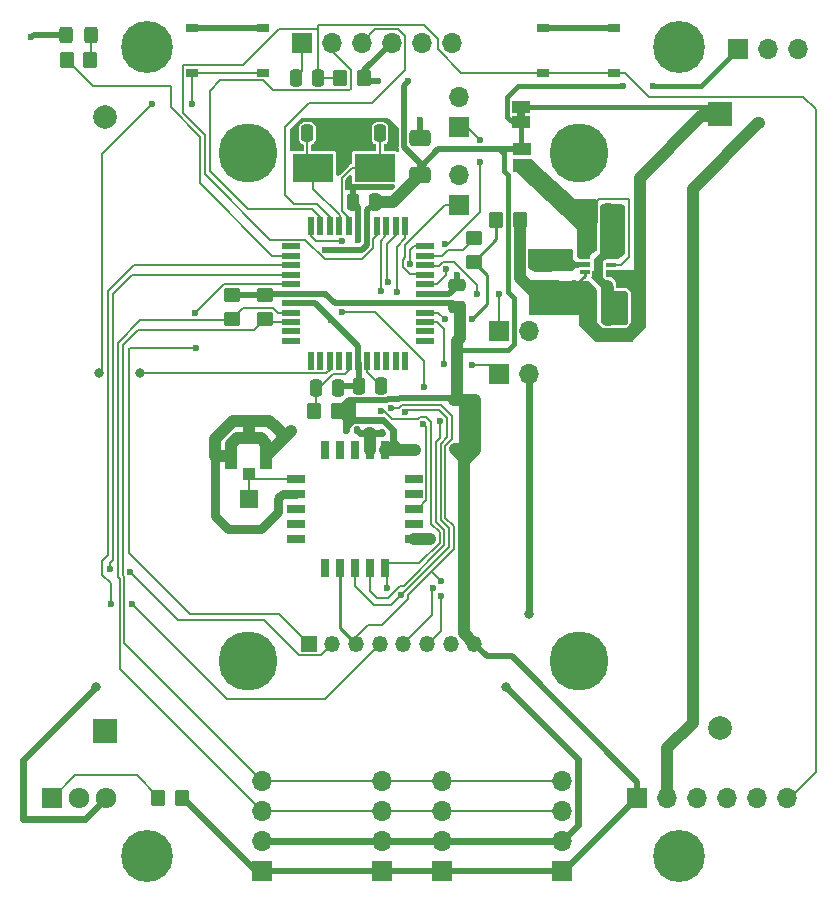
<source format=gbr>
%TF.GenerationSoftware,KiCad,Pcbnew,6.0.11-2627ca5db0~126~ubuntu22.04.1*%
%TF.CreationDate,2023-09-22T11:17:27+02:00*%
%TF.ProjectId,HB-UNI-SEN-BATT_ATMega1284P_E07-900MM10S_FUEL4EP,48422d55-4e49-42d5-9345-4e2d42415454,1.4*%
%TF.SameCoordinates,Original*%
%TF.FileFunction,Copper,L1,Top*%
%TF.FilePolarity,Positive*%
%FSLAX46Y46*%
G04 Gerber Fmt 4.6, Leading zero omitted, Abs format (unit mm)*
G04 Created by KiCad (PCBNEW 6.0.11-2627ca5db0~126~ubuntu22.04.1) date 2023-09-22 11:17:27*
%MOMM*%
%LPD*%
G01*
G04 APERTURE LIST*
G04 Aperture macros list*
%AMRoundRect*
0 Rectangle with rounded corners*
0 $1 Rounding radius*
0 $2 $3 $4 $5 $6 $7 $8 $9 X,Y pos of 4 corners*
0 Add a 4 corners polygon primitive as box body*
4,1,4,$2,$3,$4,$5,$6,$7,$8,$9,$2,$3,0*
0 Add four circle primitives for the rounded corners*
1,1,$1+$1,$2,$3*
1,1,$1+$1,$4,$5*
1,1,$1+$1,$6,$7*
1,1,$1+$1,$8,$9*
0 Add four rect primitives between the rounded corners*
20,1,$1+$1,$2,$3,$4,$5,0*
20,1,$1+$1,$4,$5,$6,$7,0*
20,1,$1+$1,$6,$7,$8,$9,0*
20,1,$1+$1,$8,$9,$2,$3,0*%
G04 Aperture macros list end*
%TA.AperFunction,SMDPad,CuDef*%
%ADD10RoundRect,0.250000X-0.325000X-0.450000X0.325000X-0.450000X0.325000X0.450000X-0.325000X0.450000X0*%
%TD*%
%TA.AperFunction,ComponentPad*%
%ADD11R,1.700000X1.700000*%
%TD*%
%TA.AperFunction,ComponentPad*%
%ADD12O,1.700000X1.700000*%
%TD*%
%TA.AperFunction,SMDPad,CuDef*%
%ADD13RoundRect,0.140000X-0.140000X-0.170000X0.140000X-0.170000X0.140000X0.170000X-0.140000X0.170000X0*%
%TD*%
%TA.AperFunction,SMDPad,CuDef*%
%ADD14RoundRect,0.250000X-0.450000X0.350000X-0.450000X-0.350000X0.450000X-0.350000X0.450000X0.350000X0*%
%TD*%
%TA.AperFunction,SMDPad,CuDef*%
%ADD15RoundRect,0.250000X-0.350000X-0.450000X0.350000X-0.450000X0.350000X0.450000X-0.350000X0.450000X0*%
%TD*%
%TA.AperFunction,SMDPad,CuDef*%
%ADD16RoundRect,0.250000X0.350000X0.450000X-0.350000X0.450000X-0.350000X-0.450000X0.350000X-0.450000X0*%
%TD*%
%TA.AperFunction,ComponentPad*%
%ADD17R,1.717500X1.800000*%
%TD*%
%TA.AperFunction,ComponentPad*%
%ADD18O,1.717500X1.800000*%
%TD*%
%TA.AperFunction,SMDPad,CuDef*%
%ADD19R,0.800000X1.500000*%
%TD*%
%TA.AperFunction,SMDPad,CuDef*%
%ADD20R,1.500000X0.800000*%
%TD*%
%TA.AperFunction,SMDPad,CuDef*%
%ADD21R,1.500000X1.000000*%
%TD*%
%TA.AperFunction,ComponentPad*%
%ADD22C,0.700000*%
%TD*%
%TA.AperFunction,ComponentPad*%
%ADD23C,4.400000*%
%TD*%
%TA.AperFunction,ComponentPad*%
%ADD24R,2.000000X2.000000*%
%TD*%
%TA.AperFunction,ComponentPad*%
%ADD25C,2.000000*%
%TD*%
%TA.AperFunction,SMDPad,CuDef*%
%ADD26RoundRect,0.250000X0.250000X0.475000X-0.250000X0.475000X-0.250000X-0.475000X0.250000X-0.475000X0*%
%TD*%
%TA.AperFunction,SMDPad,CuDef*%
%ADD27RoundRect,0.250000X-0.250000X-0.475000X0.250000X-0.475000X0.250000X0.475000X-0.250000X0.475000X0*%
%TD*%
%TA.AperFunction,SMDPad,CuDef*%
%ADD28R,3.500000X2.400000*%
%TD*%
%TA.AperFunction,SMDPad,CuDef*%
%ADD29RoundRect,0.250000X0.650000X-0.412500X0.650000X0.412500X-0.650000X0.412500X-0.650000X-0.412500X0*%
%TD*%
%TA.AperFunction,SMDPad,CuDef*%
%ADD30R,1.000000X0.750000*%
%TD*%
%TA.AperFunction,ComponentPad*%
%ADD31R,1.350000X1.350000*%
%TD*%
%TA.AperFunction,ComponentPad*%
%ADD32O,1.350000X1.350000*%
%TD*%
%TA.AperFunction,SMDPad,CuDef*%
%ADD33R,3.000000X0.900000*%
%TD*%
%TA.AperFunction,SMDPad,CuDef*%
%ADD34R,0.900000X0.400000*%
%TD*%
%TA.AperFunction,SMDPad,CuDef*%
%ADD35RoundRect,0.250000X0.450000X-0.350000X0.450000X0.350000X-0.450000X0.350000X-0.450000X-0.350000X0*%
%TD*%
%TA.AperFunction,SMDPad,CuDef*%
%ADD36R,0.550000X1.500000*%
%TD*%
%TA.AperFunction,SMDPad,CuDef*%
%ADD37R,1.500000X0.550000*%
%TD*%
%TA.AperFunction,SMDPad,CuDef*%
%ADD38RoundRect,0.250000X0.475000X-0.250000X0.475000X0.250000X-0.475000X0.250000X-0.475000X-0.250000X0*%
%TD*%
%TA.AperFunction,ComponentPad*%
%ADD39C,5.000000*%
%TD*%
%TA.AperFunction,SMDPad,CuDef*%
%ADD40RoundRect,0.140000X0.140000X0.170000X-0.140000X0.170000X-0.140000X-0.170000X0.140000X-0.170000X0*%
%TD*%
%TA.AperFunction,ComponentPad*%
%ADD41RoundRect,0.250000X-0.550000X-0.550000X0.550000X-0.550000X0.550000X0.550000X-0.550000X0.550000X0*%
%TD*%
%TA.AperFunction,SMDPad,CuDef*%
%ADD42R,1.000000X1.000000*%
%TD*%
%TA.AperFunction,SMDPad,CuDef*%
%ADD43R,1.050000X2.200000*%
%TD*%
%TA.AperFunction,ViaPad*%
%ADD44C,1.000000*%
%TD*%
%TA.AperFunction,ViaPad*%
%ADD45C,0.800000*%
%TD*%
%TA.AperFunction,ViaPad*%
%ADD46C,0.600000*%
%TD*%
%TA.AperFunction,Conductor*%
%ADD47C,0.500000*%
%TD*%
%TA.AperFunction,Conductor*%
%ADD48C,1.000000*%
%TD*%
%TA.AperFunction,Conductor*%
%ADD49C,0.800000*%
%TD*%
%TA.AperFunction,Conductor*%
%ADD50C,0.600000*%
%TD*%
%TA.AperFunction,Conductor*%
%ADD51C,0.200000*%
%TD*%
%TA.AperFunction,Conductor*%
%ADD52C,0.400000*%
%TD*%
%TA.AperFunction,Conductor*%
%ADD53C,0.250000*%
%TD*%
G04 APERTURE END LIST*
%TO.C,JP2*%
G36*
X46937500Y65818500D02*
G01*
X46337500Y65818500D01*
X46337500Y66318500D01*
X46937500Y66318500D01*
X46937500Y65818500D01*
G37*
%TD*%
D10*
%TO.P,D1,1,K*%
%TO.N,GND*%
X8138500Y72799500D03*
%TO.P,D1,2,A*%
%TO.N,Net-(D1-Pad2)*%
X10188500Y72799500D03*
%TD*%
D11*
%TO.P,J7,1,Pin_1*%
%TO.N,VCC*%
X34890000Y1997000D03*
D12*
%TO.P,J7,2,Pin_2*%
%TO.N,GND*%
X34890000Y4537000D03*
%TO.P,J7,3,Pin_3*%
%TO.N,/SCL*%
X34890000Y7077000D03*
%TO.P,J7,4,Pin_4*%
%TO.N,/SDA*%
X34890000Y9617000D03*
%TD*%
D11*
%TO.P,J3,1,Pin_1*%
%TO.N,/A1*%
X44796000Y44097500D03*
D12*
%TO.P,J3,2,Pin_2*%
%TO.N,GND*%
X47336000Y44097500D03*
%TD*%
D11*
%TO.P,J4,1,Pin_1*%
%TO.N,/A3*%
X44796000Y47780500D03*
D12*
%TO.P,J4,2,Pin_2*%
%TO.N,GND*%
X47336000Y47780500D03*
%TD*%
D11*
%TO.P,J5,1,Pin_1*%
%TO.N,VCC*%
X56480000Y8220000D03*
D12*
%TO.P,J5,2,Pin_2*%
%TO.N,/minusBAT*%
X59020000Y8220000D03*
%TO.P,J5,3,Pin_3*%
%TO.N,/MOSI*%
X61560000Y8220000D03*
%TO.P,J5,4,Pin_4*%
%TO.N,/SCK*%
X64100000Y8220000D03*
%TO.P,J5,5,Pin_5*%
%TO.N,/MISO*%
X66640000Y8220000D03*
%TO.P,J5,6,Pin_6*%
%TO.N,/RSETB*%
X69180000Y8220000D03*
%TD*%
D13*
%TO.P,C1,1*%
%TO.N,VCC*%
X31778000Y39370000D03*
%TO.P,C1,2*%
%TO.N,GND*%
X32738000Y39370000D03*
%TD*%
D14*
%TO.P,R4,1*%
%TO.N,VCC*%
X22190000Y50749000D03*
%TO.P,R4,2*%
%TO.N,/SCL*%
X22190000Y48749000D03*
%TD*%
%TO.P,R5,1*%
%TO.N,VCC*%
X24984000Y50765000D03*
%TO.P,R5,2*%
%TO.N,/SDA*%
X24984000Y48765000D03*
%TD*%
D15*
%TO.P,R1,1*%
%TO.N,Net-(R1-Pad1)*%
X8172500Y70704000D03*
%TO.P,R1,2*%
%TO.N,Net-(D1-Pad2)*%
X10172500Y70704000D03*
%TD*%
D16*
%TO.P,R3,1*%
%TO.N,VCC*%
X17941600Y8181900D03*
%TO.P,R3,2*%
%TO.N,Net-(Q1-Pad1)*%
X15941600Y8181900D03*
%TD*%
D17*
%TO.P,Q1,1,G*%
%TO.N,Net-(Q1-Pad1)*%
X6950000Y8220000D03*
D18*
%TO.P,Q1,2,D*%
%TO.N,/minusBAT*%
X9240000Y8220000D03*
%TO.P,Q1,3,S*%
%TO.N,GND*%
X11530000Y8220000D03*
%TD*%
D11*
%TO.P,J10,1,Pin_1*%
%TO.N,VCC*%
X64989000Y71656500D03*
D12*
%TO.P,J10,2,Pin_2*%
%TO.N,/plusBAT*%
X67529000Y71656500D03*
%TO.P,J10,3,Pin_3*%
%TO.N,/minusBAT*%
X70069000Y71656500D03*
%TD*%
D19*
%TO.P,Module1,1A,SCK*%
%TO.N,/SCK*%
X35102800Y27689800D03*
D20*
%TO.P,Module1,1B,ANT*%
%TO.N,Net-(AE1-Pad1)*%
X27562800Y35229800D03*
D19*
%TO.P,Module1,1C,VCC*%
%TO.N,VCC*%
X35102800Y37689800D03*
D20*
%TO.P,Module1,1D,GD02*%
%TO.N,unconnected-(Module1-Pad1D)*%
X37562800Y35229800D03*
D19*
%TO.P,Module1,2A,~{CSN}*%
%TO.N,/SS*%
X33832800Y27689800D03*
D20*
%TO.P,Module1,2B,GND*%
%TO.N,GND*%
X27562800Y33959800D03*
D19*
%TO.P,Module1,2C,GND*%
X33832800Y37689800D03*
D20*
%TO.P,Module1,2D,NC*%
%TO.N,unconnected-(Module1-Pad2D)*%
X37562800Y33959800D03*
D19*
%TO.P,Module1,3A,MOSI*%
%TO.N,/MOSI*%
X32562800Y27689800D03*
D20*
%TO.P,Module1,3B,NC*%
%TO.N,unconnected-(Module1-Pad3B)*%
X27562800Y32689800D03*
D19*
%TO.P,Module1,3C,NC*%
%TO.N,unconnected-(Module1-Pad3C)*%
X32562800Y37689800D03*
D20*
%TO.P,Module1,3D,GD00*%
%TO.N,/D2*%
X37562800Y32689800D03*
D19*
%TO.P,Module1,4A,MISO/GD01*%
%TO.N,/MISO*%
X31292800Y27689800D03*
D20*
%TO.P,Module1,4B,NC*%
%TO.N,unconnected-(Module1-Pad4B)*%
X27562800Y31419800D03*
D19*
%TO.P,Module1,4C,NC*%
%TO.N,unconnected-(Module1-Pad4C)*%
X31292800Y37689800D03*
D20*
%TO.P,Module1,4D,NC*%
%TO.N,unconnected-(Module1-Pad4D)*%
X37562800Y31419800D03*
D19*
%TO.P,Module1,5A,NC*%
%TO.N,unconnected-(Module1-Pad5A)*%
X30022800Y27689800D03*
D20*
%TO.P,Module1,5B,NC*%
%TO.N,unconnected-(Module1-Pad5B)*%
X27562800Y30149800D03*
D19*
%TO.P,Module1,5C,NC*%
%TO.N,unconnected-(Module1-Pad5C)*%
X30022800Y37689800D03*
D20*
%TO.P,Module1,5D,GND*%
%TO.N,GND*%
X37562800Y30149800D03*
%TD*%
D21*
%TO.P,JP2,1,A*%
%TO.N,/plusBAT*%
X46637500Y66718500D03*
%TO.P,JP2,2,B*%
%TO.N,VCC*%
X46637500Y65418500D03*
%TD*%
D11*
%TO.P,J8,1,Pin_1*%
%TO.N,VCC*%
X39970000Y1997000D03*
D12*
%TO.P,J8,2,Pin_2*%
%TO.N,GND*%
X39970000Y4537000D03*
%TO.P,J8,3,Pin_3*%
%TO.N,/SCL*%
X39970000Y7077000D03*
%TO.P,J8,4,Pin_4*%
%TO.N,/SDA*%
X39970000Y9617000D03*
%TD*%
D22*
%TO.P,H2,1*%
%TO.N,N/C*%
X61272800Y70477200D03*
X58727200Y70477200D03*
X60000000Y69950000D03*
X58200000Y71750000D03*
X61800000Y71750000D03*
X60000000Y73550000D03*
X58727200Y73022800D03*
X61272800Y73022800D03*
D23*
X60000000Y71750000D03*
%TD*%
D22*
%TO.P,H4,1*%
%TO.N,N/C*%
X60000000Y1450000D03*
X58727200Y4522800D03*
X61272800Y1977200D03*
X61800000Y3250000D03*
D23*
X60000000Y3250000D03*
D22*
X58727200Y1977200D03*
X60000000Y5050000D03*
X58200000Y3250000D03*
X61272800Y4522800D03*
%TD*%
%TO.P,H1,1*%
%TO.N,N/C*%
X13727200Y70477200D03*
D23*
X15000000Y71750000D03*
D22*
X16272800Y73022800D03*
X13200000Y71750000D03*
X15000000Y73550000D03*
X16800000Y71750000D03*
X16272800Y70477200D03*
X15000000Y69950000D03*
X13727200Y73022800D03*
%TD*%
D23*
%TO.P,H3,1*%
%TO.N,N/C*%
X15000000Y3250000D03*
D22*
X13200000Y3250000D03*
X13727200Y1977200D03*
X16272800Y4522800D03*
X16800000Y3250000D03*
X15000000Y1450000D03*
X16272800Y1977200D03*
X15000000Y5050000D03*
X13727200Y4522800D03*
%TD*%
D24*
%TO.P,BT2,1,+*%
%TO.N,/conBAT*%
X11420000Y13900000D03*
D25*
%TO.P,BT2,2,-*%
%TO.N,/minusBAT*%
X11420000Y65890000D03*
%TD*%
D26*
%TO.P,C2,1*%
%TO.N,GND*%
X31168900Y42950000D03*
%TO.P,C2,2*%
%TO.N,/VAVCC*%
X29268900Y42950000D03*
%TD*%
%TO.P,C4,1*%
%TO.N,VCC*%
X34316000Y58639000D03*
%TO.P,C4,2*%
%TO.N,GND*%
X32416000Y58639000D03*
%TD*%
D27*
%TO.P,C6,1*%
%TO.N,Net-(C6-Pad1)*%
X28542500Y64481000D03*
%TO.P,C6,2*%
%TO.N,GND*%
X30442500Y64481000D03*
%TD*%
D26*
%TO.P,C8,1*%
%TO.N,Net-(C8-Pad1)*%
X34801100Y43106900D03*
%TO.P,C8,2*%
%TO.N,GND*%
X32901100Y43106900D03*
%TD*%
D11*
%TO.P,J12,1,Pin_1*%
%TO.N,/DTR*%
X28070100Y72139100D03*
D12*
%TO.P,J12,2,Pin_2*%
%TO.N,/TXD0*%
X30610100Y72139100D03*
%TO.P,J12,3,Pin_3*%
%TO.N,/RXD0*%
X33150100Y72139100D03*
%TO.P,J12,4,Pin_4*%
%TO.N,VCC*%
X35690100Y72139100D03*
%TO.P,J12,5,Pin_5*%
%TO.N,GND*%
X38230100Y72139100D03*
%TO.P,J12,6,Pin_6*%
X40770100Y72139100D03*
%TD*%
D16*
%TO.P,R2,1*%
%TO.N,VCC*%
X33315200Y69129200D03*
%TO.P,R2,2*%
%TO.N,/RSETB*%
X31315200Y69129200D03*
%TD*%
%TO.P,R6,1*%
%TO.N,VCC*%
X31143500Y41000000D03*
%TO.P,R6,2*%
%TO.N,/VAVCC*%
X29143500Y41000000D03*
%TD*%
D28*
%TO.P,Y1,1,1*%
%TO.N,Net-(C6-Pad1)*%
X29051500Y61560000D03*
%TO.P,Y1,2,2*%
%TO.N,Net-(C7-Pad1)*%
X34251500Y61560000D03*
%TD*%
D29*
%TO.P,C5,1*%
%TO.N,VCC*%
X38065000Y60962300D03*
%TO.P,C5,2*%
%TO.N,GND*%
X38065000Y64087300D03*
%TD*%
D30*
%TO.P,SW2,A*%
%TO.N,GND*%
X48500000Y73375000D03*
%TO.P,SW2,B,e*%
X54500000Y73375000D03*
%TO.P,SW2,C*%
%TO.N,/RSETB*%
X48500000Y69625000D03*
%TO.P,SW2,D*%
X54500000Y69625000D03*
%TD*%
%TO.P,SW1,A*%
%TO.N,/CONFIG*%
X24800000Y69625000D03*
%TO.P,SW1,B,e*%
X18800000Y69625000D03*
%TO.P,SW1,C*%
%TO.N,GND*%
X24800000Y73375000D03*
%TO.P,SW1,D*%
X18800000Y73375000D03*
%TD*%
D24*
%TO.P,BT1,1,+*%
%TO.N,/plusBAT*%
X63490000Y66140000D03*
D25*
%TO.P,BT1,2,-*%
%TO.N,/conBAT*%
X63490000Y14150000D03*
%TD*%
D31*
%TO.P,J11,1,Pin_1*%
%TO.N,/D7*%
X28667000Y21250000D03*
D32*
%TO.P,J11,2,Pin_2*%
%TO.N,/D6*%
X30667000Y21250000D03*
%TO.P,J11,3,Pin_3*%
%TO.N,/MISO*%
X32667000Y21250000D03*
%TO.P,J11,4,Pin_4*%
%TO.N,/D5*%
X34667000Y21250000D03*
%TO.P,J11,5,Pin_5*%
%TO.N,/SCK*%
X36667000Y21250000D03*
%TO.P,J11,6,Pin_6*%
%TO.N,/MOSI*%
X38667000Y21250000D03*
%TO.P,J11,7,Pin_7*%
%TO.N,GND*%
X40667000Y21250000D03*
%TO.P,J11,8,Pin_8*%
%TO.N,VCC*%
X42667000Y21250000D03*
%TD*%
D27*
%TO.P,C11,1*%
%TO.N,/plusBAT*%
X52080680Y48946360D03*
%TO.P,C11,2*%
%TO.N,GND*%
X53980680Y48946360D03*
%TD*%
%TO.P,C12,1*%
%TO.N,/Vout*%
X52101000Y55789120D03*
%TO.P,C12,2*%
%TO.N,GND*%
X54001000Y55789120D03*
%TD*%
%TO.P,C13,1*%
%TO.N,/Vout*%
X52101000Y57795720D03*
%TO.P,C13,2*%
%TO.N,GND*%
X54001000Y57795720D03*
%TD*%
D21*
%TO.P,JP3,1,A*%
%TO.N,/Vout*%
X46688300Y61811700D03*
%TO.P,JP3,2,B*%
%TO.N,VCC*%
X46688300Y63111700D03*
%TD*%
D33*
%TO.P,L1,1,1*%
%TO.N,/plusBAT*%
X48733000Y51316000D03*
%TO.P,L1,2,2*%
%TO.N,Net-(L1-Pad2)*%
X48733000Y53416000D03*
%TD*%
D34*
%TO.P,U2,1,VIN*%
%TO.N,/plusBAT*%
X54214500Y52718500D03*
%TO.P,U2,2,FB*%
%TO.N,/Vout*%
X54214500Y53368500D03*
%TO.P,U2,3,GND*%
%TO.N,GND*%
X54214500Y54018500D03*
%TO.P,U2,4,VOUT*%
%TO.N,/Vout*%
X52014500Y54018500D03*
%TO.P,U2,5,L*%
%TO.N,Net-(L1-Pad2)*%
X52014500Y53368500D03*
%TO.P,U2,6,EN*%
%TO.N,/plusBAT*%
X52014500Y52718500D03*
%TD*%
D16*
%TO.P,R8,1*%
%TO.N,/plusBAT*%
X46558000Y57115000D03*
%TO.P,R8,2*%
%TO.N,/A0*%
X44558000Y57115000D03*
%TD*%
D35*
%TO.P,R7,1*%
%TO.N,/A0*%
X42616680Y53615640D03*
%TO.P,R7,2*%
%TO.N,/A2*%
X42616680Y55615640D03*
%TD*%
D11*
%TO.P,J1,1,Pin_1*%
%TO.N,/PB0_T0*%
X41400000Y64989000D03*
D12*
%TO.P,J1,2,Pin_2*%
%TO.N,GND*%
X41400000Y67529000D03*
%TD*%
D11*
%TO.P,J6,1,Pin_1*%
%TO.N,VCC*%
X24730000Y2000000D03*
D12*
%TO.P,J6,2,Pin_2*%
%TO.N,GND*%
X24730000Y4540000D03*
%TO.P,J6,3,Pin_3*%
%TO.N,/SCL*%
X24730000Y7080000D03*
%TO.P,J6,4,Pin_4*%
%TO.N,/SDA*%
X24730000Y9620000D03*
%TD*%
D27*
%TO.P,C10,1*%
%TO.N,/plusBAT*%
X52080680Y50942800D03*
%TO.P,C10,2*%
%TO.N,GND*%
X53980680Y50942800D03*
%TD*%
D26*
%TO.P,C9,1*%
%TO.N,/RSETB*%
X29474800Y69129200D03*
%TO.P,C9,2*%
%TO.N,/DTR*%
X27574800Y69129200D03*
%TD*%
%TO.P,C7,1*%
%TO.N,Net-(C7-Pad1)*%
X34697000Y64481000D03*
%TO.P,C7,2*%
%TO.N,GND*%
X32797000Y64481000D03*
%TD*%
D36*
%TO.P,U1,1,PB5*%
%TO.N,/MOSI*%
X36832600Y56604700D03*
%TO.P,U1,2,PB6*%
%TO.N,/MISO*%
X36032600Y56604700D03*
%TO.P,U1,3,PB7*%
%TO.N,/SCK*%
X35232600Y56604700D03*
%TO.P,U1,4,~{RESET}*%
%TO.N,/RSETB*%
X34432600Y56604700D03*
%TO.P,U1,5,VCC*%
%TO.N,VCC*%
X33632600Y56604700D03*
%TO.P,U1,6,GND*%
%TO.N,GND*%
X32832600Y56604700D03*
%TO.P,U1,7,XTAL2*%
%TO.N,Net-(C7-Pad1)*%
X32032600Y56604700D03*
%TO.P,U1,8,XTAL1*%
%TO.N,Net-(C6-Pad1)*%
X31232600Y56604700D03*
%TO.P,U1,9,PD0*%
%TO.N,/RXD0*%
X30432600Y56604700D03*
%TO.P,U1,10,PD1*%
%TO.N,/TXD0*%
X29632600Y56604700D03*
%TO.P,U1,11,PD2*%
%TO.N,/D2*%
X28832600Y56604700D03*
D37*
%TO.P,U1,12,PD3*%
%TO.N,unconnected-(U1-Pad12)*%
X27132600Y54904700D03*
%TO.P,U1,13,PD4*%
%TO.N,Net-(R1-Pad1)*%
X27132600Y54104700D03*
%TO.P,U1,14,PD5*%
%TO.N,/D5*%
X27132600Y53304700D03*
%TO.P,U1,15,PD6*%
%TO.N,/D6*%
X27132600Y52504700D03*
%TO.P,U1,16,PD7*%
%TO.N,/D7*%
X27132600Y51704700D03*
%TO.P,U1,17,VCC*%
%TO.N,VCC*%
X27132600Y50904700D03*
%TO.P,U1,18,GND*%
%TO.N,GND*%
X27132600Y50104700D03*
%TO.P,U1,19,PC0*%
%TO.N,/SCL*%
X27132600Y49304700D03*
%TO.P,U1,20,PC1*%
%TO.N,/SDA*%
X27132600Y48504700D03*
%TO.P,U1,21,PC2*%
%TO.N,unconnected-(U1-Pad21)*%
X27132600Y47704700D03*
%TO.P,U1,22,PC3*%
%TO.N,unconnected-(U1-Pad22)*%
X27132600Y46904700D03*
D36*
%TO.P,U1,23,PC4*%
%TO.N,unconnected-(U1-Pad23)*%
X28832600Y45204700D03*
%TO.P,U1,24,PC5*%
%TO.N,unconnected-(U1-Pad24)*%
X29632600Y45204700D03*
%TO.P,U1,25,PC6*%
%TO.N,/CONFIG*%
X30432600Y45204700D03*
%TO.P,U1,26,PC7*%
%TO.N,unconnected-(U1-Pad26)*%
X31232600Y45204700D03*
%TO.P,U1,27,AVCC*%
%TO.N,/VAVCC*%
X32032600Y45204700D03*
%TO.P,U1,28,GND*%
%TO.N,GND*%
X32832600Y45204700D03*
%TO.P,U1,29,AREF*%
%TO.N,Net-(C8-Pad1)*%
X33632600Y45204700D03*
%TO.P,U1,30,PA7*%
%TO.N,unconnected-(U1-Pad30)*%
X34432600Y45204700D03*
%TO.P,U1,31,PA6*%
%TO.N,unconnected-(U1-Pad31)*%
X35232600Y45204700D03*
%TO.P,U1,32,PA5*%
%TO.N,unconnected-(U1-Pad32)*%
X36032600Y45204700D03*
%TO.P,U1,33,PA4*%
%TO.N,unconnected-(U1-Pad33)*%
X36832600Y45204700D03*
D37*
%TO.P,U1,34,PA3*%
%TO.N,unconnected-(U1-Pad34)*%
X38532600Y46904700D03*
%TO.P,U1,35,PA2*%
%TO.N,unconnected-(U1-Pad35)*%
X38532600Y47704700D03*
%TO.P,U1,36,PA1*%
%TO.N,/A1*%
X38532600Y48504700D03*
%TO.P,U1,37,PA0*%
%TO.N,/A0*%
X38532600Y49304700D03*
%TO.P,U1,38,VCC*%
%TO.N,VCC*%
X38532600Y50104700D03*
%TO.P,U1,39,GND*%
%TO.N,GND*%
X38532600Y50904700D03*
%TO.P,U1,40,PB0*%
%TO.N,/PB0_T0*%
X38532600Y51704700D03*
%TO.P,U1,41,PB1*%
%TO.N,/PB1_T1*%
X38532600Y52504700D03*
%TO.P,U1,42,PB2*%
%TO.N,/A3*%
X38532600Y53304700D03*
%TO.P,U1,43,PB3*%
%TO.N,/A2*%
X38532600Y54104700D03*
%TO.P,U1,44,PB4*%
%TO.N,/SS*%
X38532600Y54904700D03*
%TD*%
D38*
%TO.P,C3,1*%
%TO.N,VCC*%
X41176500Y49751500D03*
%TO.P,C3,2*%
%TO.N,GND*%
X41176500Y51651500D03*
%TD*%
D11*
%TO.P,J2,1,Pin_1*%
%TO.N,/PB1_T1*%
X41400000Y58385000D03*
D12*
%TO.P,J2,2,Pin_2*%
%TO.N,GND*%
X41400000Y60925000D03*
%TD*%
D11*
%TO.P,J9,1,Pin_1*%
%TO.N,VCC*%
X50130000Y2000000D03*
D12*
%TO.P,J9,2,Pin_2*%
%TO.N,GND*%
X50130000Y4540000D03*
%TO.P,J9,3,Pin_3*%
%TO.N,/SCL*%
X50130000Y7080000D03*
%TO.P,J9,4,Pin_4*%
%TO.N,/SDA*%
X50130000Y9620000D03*
%TD*%
D39*
%TO.P,H5,1*%
%TO.N,N/C*%
X23510800Y62800000D03*
%TD*%
%TO.P,H6,1*%
%TO.N,N/C*%
X23510800Y19800000D03*
%TD*%
%TO.P,H7,1*%
%TO.N,N/C*%
X51510800Y62800000D03*
%TD*%
%TO.P,H8,1*%
%TO.N,N/C*%
X51510800Y19800000D03*
%TD*%
D40*
%TO.P,C14,1*%
%TO.N,VCC*%
X35786000Y39116000D03*
%TO.P,C14,2*%
%TO.N,GND*%
X34826000Y39116000D03*
%TD*%
D41*
%TO.P,AE1,1,A*%
%TO.N,Net-(AE1-Pad1)*%
X23622000Y33477200D03*
%TD*%
D42*
%TO.P,J13,1,In*%
%TO.N,Net-(AE1-Pad1)*%
X23569600Y35660200D03*
D43*
%TO.P,J13,2,Ext*%
%TO.N,GND*%
X25044600Y37160200D03*
D42*
X23569600Y38660200D03*
D43*
X22094600Y37160200D03*
%TD*%
D44*
%TO.N,GND*%
X54956000Y55210000D03*
D45*
X47336000Y23764800D03*
D46*
X41176500Y52479500D03*
X33782000Y39141400D03*
X30572000Y48669500D03*
X32822962Y55448238D03*
X21158200Y31623000D03*
D44*
X55083000Y48987000D03*
X55083000Y50638000D03*
D45*
X10658400Y17567200D03*
D46*
X20726400Y38633400D03*
X25946100Y39509700D03*
D45*
X45405600Y17618000D03*
D46*
X31651500Y62893500D03*
X5172000Y72609000D03*
X20726400Y33375600D03*
D44*
X54956000Y56480000D03*
D46*
X20726400Y34721800D03*
X23569600Y40130400D03*
X27178000Y39293800D03*
X24206200Y30962600D03*
X32416000Y59779500D03*
X21640800Y39547800D03*
X51878600Y73375000D03*
X24585800Y38660200D03*
X20726400Y35966400D03*
X31651500Y64481000D03*
X26047700Y38163500D03*
X21809000Y73371000D03*
X24663400Y40157400D03*
X38938200Y30099000D03*
X20726400Y37185600D03*
X22783800Y30962600D03*
X38065000Y65624000D03*
X22453600Y38506400D03*
X25209500Y31534100D03*
X22528200Y40130400D03*
D44*
X54956000Y57877000D03*
D46*
X26170000Y33647000D03*
X26060400Y32385000D03*
%TO.N,/SS*%
X37239500Y53432000D03*
X39758959Y40123936D03*
%TO.N,/D2*%
X31461000Y55354698D03*
X38353999Y39878001D03*
X31461000Y49354700D03*
X38392280Y43030172D03*
%TO.N,/A0*%
X42446500Y48733000D03*
X40160500Y48733000D03*
%TO.N,/A1*%
X42510004Y44859500D03*
X40097000Y44922998D03*
%TO.N,/A3*%
X44732500Y50892000D03*
X42891000Y50892000D03*
%TO.N,/MOSI*%
X39822600Y25344000D03*
X36779200Y40883900D03*
X36096500Y51054000D03*
X36479000Y25370000D03*
%TO.N,/SCK*%
X39157200Y26000000D03*
X34763000Y40986000D03*
X34745499Y51163499D03*
X35280600Y26009600D03*
%TO.N,/MISO*%
X35658856Y41217783D03*
X39878000Y26543000D03*
X35345499Y51855499D03*
%TO.N,VCC*%
X37693600Y37693600D03*
X57851600Y68468800D03*
X30064000Y50892000D03*
X36601400Y37693600D03*
X55235400Y68468800D03*
X30082364Y54593364D03*
X34534400Y68875200D03*
X41021000Y37693600D03*
X37074400Y68875200D03*
X41910000Y38862000D03*
D44*
%TO.N,/minusBAT*%
X66779700Y65319200D03*
%TO.N,/plusBAT*%
X55210000Y52162000D03*
X51146000Y51527000D03*
D46*
%TO.N,/D5*%
X11912600Y24612600D03*
X13741400Y24612600D03*
%TO.N,/D6*%
X11827999Y27624943D03*
X13528100Y27343068D03*
%TO.N,/D7*%
X19050000Y49276000D03*
X19151600Y46329600D03*
D45*
%TO.N,/CONFIG*%
X10896600Y44170600D03*
D46*
X15420000Y66982000D03*
D45*
X14335099Y44154699D03*
D46*
X18800000Y66982000D03*
%TO.N,/PB0_T0*%
X40287500Y52987500D03*
X43145000Y63909500D03*
X43145000Y62068000D03*
X40220565Y55108282D03*
%TD*%
D47*
%TO.N,GND*%
X54448000Y50638000D02*
X54194000Y50892000D01*
D48*
X22223400Y40130400D02*
X22528200Y40130400D01*
D47*
X8138500Y72799500D02*
X5362500Y72799500D01*
D48*
X26047700Y38163500D02*
X26568400Y38684200D01*
D47*
X55083000Y50638000D02*
X54448000Y50638000D01*
X18796300Y73375000D02*
X21813000Y73375000D01*
D49*
X20726400Y35966400D02*
X20726400Y37185600D01*
D47*
X30563150Y48678350D02*
X30572000Y48669500D01*
D49*
X26482800Y33959800D02*
X26170000Y33647000D01*
D47*
X32832600Y46454700D02*
X30563150Y48724150D01*
X54500000Y73375000D02*
X51878600Y73375000D01*
X38065000Y64087300D02*
X38065000Y65624000D01*
D49*
X21158200Y31623000D02*
X20726400Y32054800D01*
D48*
X33832800Y39090600D02*
X33782000Y39141400D01*
D47*
X32832600Y45204700D02*
X32832600Y46454700D01*
D50*
X24730000Y4540000D02*
X34887000Y4540000D01*
D47*
X30563150Y48724150D02*
X30563150Y48678350D01*
D50*
X34826000Y39116000D02*
X33858200Y39116000D01*
D47*
X40554200Y50904700D02*
X41176500Y51527000D01*
D50*
X51480000Y5890000D02*
X51480000Y11543600D01*
D47*
X54001000Y55789120D02*
X54001000Y54260000D01*
X54956000Y57877000D02*
X53940000Y57877000D01*
X31588000Y64481000D02*
X31651500Y64481000D01*
X30563150Y48724150D02*
X29182600Y50104700D01*
D48*
X33832800Y37689800D02*
X33832800Y39090600D01*
D49*
X21818600Y30962600D02*
X21158200Y31623000D01*
D47*
X32832600Y56604700D02*
X32832600Y58219900D01*
X5362500Y72799500D02*
X5172000Y72609000D01*
D48*
X22453600Y38506400D02*
X22094600Y38147400D01*
D47*
X54001000Y57795720D02*
X54001000Y55784000D01*
D48*
X24663400Y40157400D02*
X25298400Y40157400D01*
D47*
X29182600Y50104700D02*
X27132600Y50104700D01*
D50*
X11530000Y8220000D02*
X9701200Y6391200D01*
D51*
X54232280Y54021040D02*
X53582280Y54021040D01*
D50*
X34890000Y4537000D02*
X39970000Y4537000D01*
D47*
X54956000Y56480000D02*
X54321000Y55845000D01*
D48*
X25044600Y38201400D02*
X24585800Y38660200D01*
D50*
X51480000Y11543600D02*
X45405600Y17618000D01*
D49*
X20726400Y33375600D02*
X20726400Y34721800D01*
D51*
X53582280Y54021040D02*
X52924000Y53362760D01*
D48*
X22528200Y40130400D02*
X23569600Y40130400D01*
X22607400Y38660200D02*
X22453600Y38506400D01*
D50*
X33858200Y39116000D02*
X33832800Y39090600D01*
D47*
X31651500Y64481000D02*
X31651500Y62893500D01*
X31588000Y64481000D02*
X32794500Y64481000D01*
X38532600Y50904700D02*
X40554200Y50904700D01*
D49*
X20726400Y32054800D02*
X20726400Y33375600D01*
D48*
X26568400Y38887400D02*
X26568400Y38684200D01*
X38887400Y30149800D02*
X38938200Y30099000D01*
D47*
X55083000Y48987000D02*
X54067000Y48987000D01*
D48*
X25044600Y37160400D02*
X26047700Y38163500D01*
D50*
X4511600Y6391200D02*
X4511600Y11420400D01*
D47*
X21813000Y73375000D02*
X21809000Y73371000D01*
X32832600Y56604700D02*
X32832600Y55457876D01*
D51*
X52924000Y52035000D02*
X54067000Y50892000D01*
D50*
X4511600Y11420400D02*
X10658400Y17567200D01*
D47*
X54956000Y55210000D02*
X54321000Y55845000D01*
D48*
X22094600Y37160200D02*
X20751800Y37160200D01*
D47*
X51878600Y73375000D02*
X48432200Y73375000D01*
D49*
X20726400Y34721800D02*
X20726400Y35966400D01*
D48*
X21640800Y39547800D02*
X22223400Y40130400D01*
D49*
X26060400Y33537400D02*
X26060400Y32385000D01*
D47*
X30442500Y64481000D02*
X31588000Y64481000D01*
D51*
X52924000Y53362760D02*
X52924000Y52035000D01*
D49*
X25209500Y31534100D02*
X24638000Y30962600D01*
D50*
X47336000Y44097500D02*
X47336000Y23764800D01*
D49*
X27562800Y33959800D02*
X26482800Y33959800D01*
D48*
X37562800Y30149800D02*
X38887400Y30149800D01*
D47*
X41176500Y51651500D02*
X41176500Y52479500D01*
D49*
X24638000Y30962600D02*
X24206200Y30962600D01*
D50*
X39970000Y4537000D02*
X50127000Y4537000D01*
D47*
X32901100Y43106900D02*
X32901100Y45006900D01*
D49*
X24206200Y30962600D02*
X22783800Y30962600D01*
D47*
X32416000Y58639000D02*
X32416000Y59779500D01*
D48*
X22094600Y38147400D02*
X22094600Y37160200D01*
X25044600Y37160200D02*
X25044600Y38201400D01*
X20751800Y37160200D02*
X20726400Y37185600D01*
D50*
X50130000Y4540000D02*
X51480000Y5890000D01*
X32966600Y39141400D02*
X32738000Y39370000D01*
D48*
X24585800Y38660200D02*
X23569600Y38660200D01*
X23596600Y40157400D02*
X24663400Y40157400D01*
X25946100Y39509700D02*
X26568400Y38887400D01*
D47*
X32901100Y43106900D02*
X31359400Y43106900D01*
X21813000Y73375000D02*
X24853000Y73375000D01*
D48*
X20726400Y38633400D02*
X21640800Y39547800D01*
D50*
X9701200Y6391200D02*
X4511600Y6391200D01*
D49*
X26170000Y33647000D02*
X26060400Y33537400D01*
X26060400Y32385000D02*
X25209500Y31534100D01*
D48*
X23569600Y38660200D02*
X22607400Y38660200D01*
D50*
X33782000Y39141400D02*
X32966600Y39141400D01*
D48*
X23569600Y38660200D02*
X23569600Y40130400D01*
D49*
X22783800Y30962600D02*
X21818600Y30962600D01*
D51*
X33807400Y39116000D02*
X33782000Y39141400D01*
D48*
X23569600Y40130400D02*
X23596600Y40157400D01*
D52*
X54270200Y50841200D02*
X54331160Y50780240D01*
D48*
X25298400Y40157400D02*
X25946100Y39509700D01*
X20726400Y37185600D02*
X20726400Y38633400D01*
X26568400Y38684200D02*
X27178000Y39293800D01*
D47*
X32832600Y55457876D02*
X32822962Y55448238D01*
X32832600Y58219900D02*
X32477000Y58575500D01*
D51*
%TO.N,Net-(D1-Pad2)*%
X10188500Y72799500D02*
X10188500Y70831000D01*
%TO.N,/SS*%
X39422497Y38381123D02*
X39758959Y38717585D01*
X40137202Y29602356D02*
X40137202Y30868838D01*
X33832800Y27689800D02*
X33832800Y25730200D01*
X39422497Y31583543D02*
X39422497Y38381123D01*
X39758959Y38717585D02*
X39758959Y40123936D01*
X40137202Y30868838D02*
X39422497Y31583543D01*
X36417446Y26162000D02*
X36696846Y26162000D01*
X37239500Y54561600D02*
X37239500Y53432000D01*
X38532600Y54904700D02*
X37582600Y54904700D01*
X37582600Y54904700D02*
X37239500Y54561600D01*
X34417000Y25146000D02*
X35401446Y25146000D01*
X33832800Y25730200D02*
X34417000Y25146000D01*
X36696846Y26162000D02*
X40137202Y29602356D01*
X35401446Y25146000D02*
X36417446Y26162000D01*
%TO.N,/D2*%
X38623495Y39608505D02*
X38353999Y39878001D01*
X29317600Y55354698D02*
X28857500Y55814798D01*
X38392280Y45210022D02*
X38392280Y43030172D01*
X34247602Y49354700D02*
X38392280Y45210022D01*
X28857500Y55814798D02*
X28857500Y56607000D01*
X38623495Y33400495D02*
X38623495Y39608505D01*
X31461000Y49354700D02*
X34247602Y49354700D01*
X37912800Y32689800D02*
X38623495Y33400495D01*
X31461000Y55354698D02*
X29317600Y55354698D01*
%TO.N,/SCL*%
X12664500Y26756276D02*
X12664500Y19145500D01*
X23122010Y49665010D02*
X22190000Y48733000D01*
X22117500Y48676500D02*
X14411900Y48676500D01*
X25661824Y49665010D02*
X23122010Y49665010D01*
X24730000Y7080000D02*
X34887000Y7080000D01*
X27132600Y49304700D02*
X26022134Y49304700D01*
X12664500Y19145500D02*
X24730000Y7080000D01*
X26022134Y49304700D02*
X25661824Y49665010D01*
X14411900Y48676500D02*
X12496800Y46761400D01*
X12496800Y26923976D02*
X12664500Y26756276D01*
X34890000Y7077000D02*
X50130000Y7077000D01*
X12496800Y46761400D02*
X12496800Y26923976D01*
%TO.N,/SDA*%
X27132600Y48504700D02*
X25212300Y48504700D01*
X24107700Y9604300D02*
X35512300Y9604300D01*
X40097000Y9617000D02*
X50003000Y9617000D01*
X12928600Y46532800D02*
X12928600Y27057156D01*
X24984000Y48765000D02*
X24068000Y47849000D01*
X13064001Y21285999D02*
X24730000Y9620000D01*
X14244800Y47849000D02*
X12928600Y46532800D01*
X13064001Y26921755D02*
X13064001Y21285999D01*
X12928600Y27057156D02*
X13064001Y26921755D01*
X34890000Y9617000D02*
X40097000Y9617000D01*
X24068000Y47849000D02*
X14244800Y47849000D01*
D53*
%TO.N,/A0*%
X43780000Y50066500D02*
X42446500Y48733000D01*
X44558000Y55556960D02*
X42616680Y53615640D01*
X43780000Y52452320D02*
X43780000Y50066500D01*
X42616680Y53615640D02*
X43780000Y52452320D01*
X44558000Y57115000D02*
X44558000Y55556960D01*
D51*
X39588800Y49304700D02*
X38532600Y49304700D01*
X39588800Y49304700D02*
X40160500Y48733000D01*
%TO.N,/A1*%
X44034000Y44859500D02*
X44669000Y44224500D01*
X42510004Y44859500D02*
X44034000Y44859500D01*
X38532600Y48504700D02*
X39482600Y48504700D01*
X40097000Y47890300D02*
X40097000Y44922998D01*
X39482600Y48504700D02*
X40097000Y47890300D01*
%TO.N,/A2*%
X39970000Y54067000D02*
X38509500Y54067000D01*
X40462000Y54559000D02*
X39970000Y54067000D01*
X41732000Y54559000D02*
X42827500Y55654500D01*
X41732000Y54559000D02*
X40462000Y54559000D01*
%TO.N,/A3*%
X42891000Y51653002D02*
X42891000Y50892000D01*
X40956501Y53587501D02*
X42891000Y51653002D01*
X39691598Y53279600D02*
X39999499Y53587501D01*
X38547600Y53279600D02*
X39691598Y53279600D01*
X44732500Y50892000D02*
X44732500Y47907500D01*
X39999499Y53587501D02*
X40956501Y53587501D01*
%TO.N,/MOSI*%
X36479000Y25370000D02*
X36479000Y25379174D01*
X36832600Y56604700D02*
X36832600Y55593298D01*
X35636200Y24511000D02*
X36479000Y25353800D01*
X39700964Y41029753D02*
X36925053Y41029753D01*
X36925053Y41029753D02*
X36779200Y40883900D01*
X32562800Y26136600D02*
X34188400Y24511000D01*
X39822600Y22360100D02*
X39822600Y25344000D01*
X39821998Y31749022D02*
X39821998Y38215644D01*
X38636500Y21174000D02*
X39822600Y22360100D01*
X36096500Y54857198D02*
X36096500Y51054000D01*
X40358459Y38752105D02*
X40358459Y40372258D01*
X40358459Y40372258D02*
X39700964Y41029753D01*
X34188400Y24511000D02*
X35636200Y24511000D01*
X36479000Y25379174D02*
X40536703Y29436877D01*
X36832600Y55593298D02*
X36096500Y54857198D01*
X36479000Y25353800D02*
X36479000Y25370000D01*
X40536703Y31034317D02*
X39821998Y31749022D01*
X39821998Y38215644D02*
X40358459Y38752105D01*
X40536703Y29436877D02*
X40536703Y31034317D01*
X32562800Y26136600D02*
X32562800Y27689800D01*
%TO.N,/SCK*%
X35280600Y26009600D02*
X35280600Y27512000D01*
X38036866Y28067000D02*
X39737701Y29767835D01*
X39141400Y25984200D02*
X39157200Y26000000D01*
X39022996Y40056826D02*
X38602321Y40477501D01*
X38602321Y40477501D02*
X38105677Y40477501D01*
X39022996Y31411204D02*
X39022996Y40056826D01*
X39141400Y23724400D02*
X39141400Y25984200D01*
X35144000Y55751098D02*
X34745499Y55352597D01*
X35144000Y56353000D02*
X35144000Y55751098D01*
X39737701Y29767835D02*
X39737701Y30696499D01*
X38105677Y40477501D02*
X37912576Y40284400D01*
X34745499Y55352597D02*
X34745499Y51163499D01*
X35130000Y28067000D02*
X38036866Y28067000D01*
X37912576Y40284400D02*
X35720519Y40284400D01*
X35720519Y40284400D02*
X35018919Y40986000D01*
X36667000Y21250000D02*
X39141400Y23724400D01*
X35018919Y40986000D02*
X34763000Y40986000D01*
X39737701Y30696499D02*
X39022996Y31411204D01*
%TO.N,/MISO*%
X39822000Y41483400D02*
X36530878Y41483400D01*
X36265261Y41217783D02*
X35658856Y41217783D01*
X40780299Y38608965D02*
X40780299Y40525101D01*
X39106403Y27314597D02*
X38979403Y27314597D01*
X37057141Y25019000D02*
X34898141Y22860000D01*
X36530878Y41483400D02*
X36265261Y41217783D01*
X37084000Y25019000D02*
X37057141Y25019000D01*
X38979403Y27314597D02*
X40936204Y29271398D01*
X39878000Y26543000D02*
X39106403Y27314597D01*
X40221499Y38024765D02*
X40246899Y38050165D01*
X37084000Y25419194D02*
X37084000Y25019000D01*
D53*
X31292800Y22624200D02*
X32667000Y21250000D01*
D51*
X40246899Y38075565D02*
X40780299Y38608965D01*
D53*
X31292800Y27689800D02*
X31292800Y22624200D01*
D51*
X35271000Y51929998D02*
X35345499Y51855499D01*
X35271000Y55078098D02*
X35271000Y51929998D01*
X38979403Y27314597D02*
X37084000Y25419194D01*
X36160000Y55967098D02*
X35271000Y55078098D01*
X32667000Y21872000D02*
X32667000Y21250000D01*
X40221499Y31914501D02*
X40221499Y38024765D01*
X40246899Y38050165D02*
X40246899Y38075565D01*
X34898141Y22860000D02*
X33655000Y22860000D01*
X40780299Y40525101D02*
X39822000Y41483400D01*
X40936204Y31199796D02*
X40221499Y31914501D01*
X40936204Y29271398D02*
X40936204Y31199796D01*
X33655000Y22860000D02*
X32667000Y21872000D01*
%TO.N,Net-(Q1-Pad1)*%
X14087400Y10125000D02*
X8867700Y10125000D01*
X15941600Y8270800D02*
X14087400Y10125000D01*
X8867700Y10125000D02*
X6886500Y8143800D01*
D52*
%TO.N,VCC*%
X64989000Y71593000D02*
X61864800Y68468800D01*
D50*
X31963500Y40180000D02*
X31143500Y41000000D01*
D48*
X35966400Y37693600D02*
X35106600Y37693600D01*
D47*
X38065000Y60962300D02*
X38065000Y61992602D01*
D48*
X40979390Y41931890D02*
X41804890Y41931890D01*
X41910000Y38862000D02*
X41910000Y41826780D01*
D47*
X44887200Y63111700D02*
X39642100Y63111700D01*
X40884300Y50104700D02*
X41176500Y49812500D01*
D50*
X32332903Y40180000D02*
X31778000Y39625097D01*
X32332903Y40180000D02*
X32332903Y41674377D01*
D47*
X33366000Y69815000D02*
X33366000Y69180000D01*
D52*
X33110044Y54593364D02*
X33023366Y54593364D01*
D47*
X38532600Y50104700D02*
X40884300Y50104700D01*
D50*
X35786000Y38373000D02*
X35922000Y38373000D01*
D52*
X41228004Y46130204D02*
X45565706Y46130204D01*
D48*
X41228004Y46130204D02*
X41228004Y42180504D01*
X41910000Y38862000D02*
X41910000Y38316300D01*
D47*
X31778000Y41634500D02*
X31778000Y39625097D01*
X30064000Y50892000D02*
X27066800Y50892000D01*
D48*
X42494200Y37732100D02*
X41059500Y37732100D01*
D47*
X24222000Y1997000D02*
X17999000Y8220000D01*
X31143500Y41000000D02*
X32075390Y41931890D01*
X46688300Y63111700D02*
X44887200Y63111700D01*
D48*
X41910000Y41826780D02*
X41804890Y41931890D01*
D52*
X45487499Y67538501D02*
X45487499Y65898499D01*
D51*
X41021000Y37693600D02*
X41059500Y37732100D01*
D47*
X35017000Y1997000D02*
X24730000Y1997000D01*
X32075390Y41931890D02*
X32075390Y40291890D01*
D48*
X41228004Y46839996D02*
X41228004Y46130204D01*
X42667000Y21250000D02*
X41783000Y22134000D01*
X42088600Y37008600D02*
X42718239Y37638239D01*
D47*
X33582601Y55065921D02*
X33582601Y54989721D01*
D48*
X42718239Y41931890D02*
X42718239Y37638239D01*
D47*
X33632600Y56604700D02*
X33632600Y55817528D01*
X40821177Y42090103D02*
X40979390Y41931890D01*
X35309336Y41931890D02*
X35401946Y42024500D01*
D48*
X34318500Y58639000D02*
X35779000Y58639000D01*
D47*
X32075390Y41931890D02*
X31778000Y41634500D01*
D50*
X35786000Y39371097D02*
X34977097Y40180000D01*
D48*
X35106600Y37693600D02*
X35102800Y37689800D01*
D50*
X32332903Y40180000D02*
X31963500Y40180000D01*
D47*
X44887200Y63111700D02*
X45184010Y62814890D01*
D48*
X41435486Y49492514D02*
X41435486Y47150486D01*
X41783000Y22134000D02*
X41783000Y37008600D01*
D47*
X41228004Y42180504D02*
X40979390Y41931890D01*
D52*
X45558000Y60911700D02*
X45184010Y61285690D01*
D47*
X36714990Y63342612D02*
X36714990Y68515790D01*
X33186244Y54593364D02*
X33110044Y54593364D01*
D48*
X41910000Y38316300D02*
X42494200Y37732100D01*
D52*
X46637500Y65418500D02*
X46637500Y63223700D01*
D47*
X33632600Y55817528D02*
X33582601Y55767529D01*
X41176500Y46891500D02*
X41228004Y46839996D01*
D48*
X37693600Y37693600D02*
X35966400Y37693600D01*
X41435486Y47150486D02*
X41176500Y46891500D01*
D47*
X56480000Y8220000D02*
X50130000Y1870000D01*
D52*
X45184010Y61285690D02*
X45184010Y62914890D01*
D47*
X38532600Y50104700D02*
X30851300Y50104700D01*
X38065000Y61992602D02*
X36714990Y63342612D01*
D52*
X55235400Y68468800D02*
X46417798Y68468800D01*
D48*
X41804890Y41931890D02*
X42718239Y41931890D01*
D47*
X34534400Y68875200D02*
X33366000Y68875200D01*
D52*
X46046001Y50568449D02*
X45558000Y51056450D01*
D50*
X31778000Y39370000D02*
X31778000Y40365500D01*
D47*
X30064000Y50892000D02*
X30851300Y50104700D01*
D52*
X45558000Y51056450D02*
X45558000Y60911700D01*
D47*
X22190000Y50749000D02*
X24968000Y50749000D01*
D48*
X35779000Y58639000D02*
X38065000Y60925000D01*
X41783000Y37008600D02*
X41059500Y37732100D01*
D52*
X45487499Y65898499D02*
X46041398Y65344600D01*
D51*
X35786000Y37874000D02*
X35966400Y37693600D01*
D52*
X46417798Y68468800D02*
X45487499Y67538501D01*
D47*
X50003000Y1997000D02*
X35017000Y1997000D01*
D50*
X32332903Y41674377D02*
X32075390Y41931890D01*
D47*
X32075390Y40291890D02*
X31963500Y40180000D01*
D52*
X45565706Y46130204D02*
X46046001Y46610499D01*
D47*
X32075390Y41931890D02*
X35309336Y41931890D01*
D50*
X35786000Y39116000D02*
X35786000Y39371097D01*
D47*
X33582601Y54989721D02*
X33186244Y54593364D01*
X35401946Y42024500D02*
X36294866Y42024500D01*
X33023366Y54593364D02*
X30082364Y54593364D01*
D50*
X31778000Y40365500D02*
X31143500Y41000000D01*
X34977097Y40180000D02*
X32332903Y40180000D01*
D47*
X35690100Y72139100D02*
X33366000Y69815000D01*
X36360469Y42090103D02*
X40821177Y42090103D01*
D50*
X31778000Y39625097D02*
X31778000Y39370000D01*
D47*
X43734000Y20183000D02*
X42667000Y21250000D01*
X36714990Y68515790D02*
X37074400Y68875200D01*
X45850500Y20183000D02*
X43734000Y20183000D01*
D50*
X35786000Y38373000D02*
X35102800Y37689800D01*
D48*
X41783000Y37008600D02*
X42088600Y37008600D01*
D52*
X33582601Y55078599D02*
X33582601Y55065921D01*
D47*
X36294866Y42024500D02*
X36360469Y42090103D01*
X33632600Y57953100D02*
X34318500Y58639000D01*
D52*
X61864800Y68468800D02*
X57851600Y68468800D01*
D48*
X41176500Y49751500D02*
X41435486Y49492514D01*
D47*
X33632600Y56604700D02*
X33632600Y57953100D01*
X56480000Y9553500D02*
X45850500Y20183000D01*
D50*
X35922000Y38373000D02*
X36601400Y37693600D01*
D47*
X27132600Y50904700D02*
X25377700Y50904700D01*
X56480000Y8220000D02*
X56480000Y9553500D01*
X39642100Y63111700D02*
X38192000Y61661600D01*
D50*
X35786000Y39116000D02*
X35786000Y38373000D01*
D47*
X33582601Y55767529D02*
X33582601Y55078599D01*
D52*
X46046001Y46610499D02*
X46046001Y50568449D01*
D48*
%TO.N,/minusBAT*%
X61179000Y14554398D02*
X61179000Y59769300D01*
X61179000Y59769300D02*
X66728900Y65319200D01*
X66728900Y65319200D02*
X66779700Y65319200D01*
X59020000Y8220000D02*
X59020000Y12395398D01*
X59020000Y12395398D02*
X61179000Y14554398D01*
%TO.N,/plusBAT*%
X63490000Y65940000D02*
X61890000Y65940000D01*
X61890000Y65940000D02*
X56683200Y60733200D01*
X46533000Y52253800D02*
X46533000Y57090000D01*
X55791952Y47521350D02*
X53337170Y47521350D01*
D52*
X54650960Y52721040D02*
X55210000Y52162000D01*
D51*
X56336732Y52135572D02*
X56683200Y52482040D01*
D48*
X52162000Y50892000D02*
X47894800Y50892000D01*
D52*
X54232280Y52721040D02*
X54650960Y52721040D01*
D53*
X52014500Y52718500D02*
X52014500Y52395500D01*
D48*
X56683200Y52482040D02*
X56683200Y48412598D01*
X53337170Y47521350D02*
X52162000Y48696520D01*
D52*
X54489000Y52670000D02*
X54041600Y52670000D01*
D48*
X56683200Y60733200D02*
X56683200Y52797000D01*
X56363160Y52162000D02*
X56683200Y52482040D01*
X51146000Y51527000D02*
X51781000Y50892000D01*
D52*
X49964900Y50803100D02*
X48948900Y50803100D01*
D48*
X56683200Y52797000D02*
X56683200Y52482040D01*
X56683200Y48412598D02*
X55791952Y47521350D01*
D52*
X56556200Y52670000D02*
X56683200Y52797000D01*
D48*
X55210000Y52162000D02*
X56363160Y52162000D01*
D53*
X52014500Y52395500D02*
X51146000Y51527000D01*
D52*
X54489000Y52670000D02*
X54295600Y52670000D01*
X46637500Y66718500D02*
X62726100Y66718500D01*
D48*
X52162000Y48696520D02*
X52162000Y50892000D01*
X47894800Y50892000D02*
X46533000Y52253800D01*
D51*
%TO.N,/D5*%
X11176000Y28244800D02*
X11684000Y28752800D01*
X13883900Y53304700D02*
X27132600Y53304700D01*
X11912600Y24612600D02*
X11912600Y26365200D01*
X11176000Y27101800D02*
X11176000Y28244800D01*
X34667000Y21250000D02*
X30017499Y16600499D01*
X30017499Y16600499D02*
X21753501Y16600499D01*
X11684000Y28752800D02*
X11684000Y51104800D01*
X11684000Y51104800D02*
X13883900Y53304700D01*
X11912600Y26365200D02*
X11176000Y27101800D01*
X21753501Y16600499D02*
X13741400Y24612600D01*
%TO.N,/D6*%
X27858000Y20275000D02*
X24892000Y23241000D01*
X30667000Y21250000D02*
X29692000Y20275000D01*
X27132600Y52504700D02*
X13693500Y52504700D01*
X11827999Y28070959D02*
X11827999Y27624943D01*
X13693500Y52504700D02*
X12090400Y50901600D01*
X17592578Y23241000D02*
X13528100Y27305478D01*
X13528100Y27305478D02*
X13528100Y27343068D01*
X12090400Y50901600D02*
X12090400Y28333360D01*
X24892000Y23241000D02*
X17592578Y23241000D01*
X12090400Y28333360D02*
X11827999Y28070959D01*
X29692000Y20275000D02*
X27858000Y20275000D01*
%TO.N,/D7*%
X19151600Y46329600D02*
X13563600Y46329600D01*
X26155500Y23749000D02*
X28667000Y21237500D01*
X13563600Y46329600D02*
X13411200Y46177200D01*
X27132600Y51704700D02*
X21478700Y51704700D01*
X13411200Y28956000D02*
X18618200Y23749000D01*
X13411200Y46177200D02*
X13411200Y28956000D01*
X18618200Y23749000D02*
X26155500Y23749000D01*
X21478700Y51704700D02*
X19050000Y49276000D01*
%TO.N,/CONFIG*%
X30432600Y44439698D02*
X30147601Y44154699D01*
X14335099Y44154699D02*
X30147601Y44154699D01*
X30432600Y45204700D02*
X30432600Y44439698D01*
X10896600Y44170600D02*
X11150600Y44424600D01*
X11150600Y44424600D02*
X11150600Y62712600D01*
X18800000Y69625000D02*
X18800000Y66982000D01*
X18796300Y69625000D02*
X24819400Y69625000D01*
X11150600Y62712600D02*
X15420000Y66982000D01*
%TO.N,Net-(C6-Pad1)*%
X29051500Y59778500D02*
X31270500Y57559500D01*
X31270500Y57559500D02*
X31270500Y56670500D01*
X28542500Y64481000D02*
X28542500Y62129000D01*
X29051500Y61560000D02*
X29051500Y59778500D01*
%TO.N,Net-(C7-Pad1)*%
X32301500Y61560000D02*
X31461000Y60719500D01*
X31461000Y60719500D02*
X31461000Y57941302D01*
X34697000Y64481000D02*
X34697000Y62129000D01*
X31969000Y57433302D02*
X31969000Y56797500D01*
X34251500Y61560000D02*
X32301500Y61560000D01*
X31461000Y57941302D02*
X31969000Y57433302D01*
%TO.N,Net-(C8-Pad1)*%
X34801100Y43106900D02*
X33620000Y44288000D01*
X33620000Y44288000D02*
X33620000Y45177000D01*
%TO.N,/DTR*%
X28032000Y69751500D02*
X28032000Y69497500D01*
X28070100Y72139100D02*
X28070100Y69789600D01*
X28070100Y69789600D02*
X28032000Y69751500D01*
%TO.N,/RSETB*%
X23140003Y70300001D02*
X26129103Y73289101D01*
X30014198Y53813000D02*
X28347497Y55479701D01*
X71593000Y10442500D02*
X69370500Y8220000D01*
X25412799Y55479701D02*
X19884989Y61007511D01*
X19884989Y61007511D02*
X19884989Y64341908D01*
X29493111Y73689111D02*
X29460099Y73656099D01*
X39620099Y71587099D02*
X39620099Y72451103D01*
X28347497Y55479701D02*
X25412799Y55479701D01*
X26129103Y73289101D02*
X29446097Y73289101D01*
X39620099Y72451103D02*
X38382091Y73689111D01*
X70513500Y67592500D02*
X71593000Y66513000D01*
X29474800Y69129200D02*
X29474800Y71572398D01*
X34445500Y56607000D02*
X34445500Y55852598D01*
X41582198Y69625000D02*
X39620099Y71587099D01*
X29460099Y73656099D02*
X29460099Y73275099D01*
X41582198Y69625000D02*
X55464500Y69625000D01*
X57497000Y67592500D02*
X70513500Y67592500D01*
X71593000Y66513000D02*
X71593000Y10442500D01*
X29446097Y73289101D02*
X29460099Y73275099D01*
X31315200Y69129200D02*
X29098596Y69129200D01*
X34445500Y55852598D02*
X34132612Y55539710D01*
X33183713Y53813000D02*
X30014198Y53813000D01*
X34132612Y55539710D02*
X34132612Y54761899D01*
X17999996Y66226901D02*
X17999996Y70239997D01*
X29460099Y73275099D02*
X29460099Y69656901D01*
X17999996Y70239997D02*
X18059999Y70300001D01*
X19884989Y64341908D02*
X17999996Y66226901D01*
X18059999Y70300001D02*
X23140003Y70300001D01*
X34132612Y54761899D02*
X33183713Y53813000D01*
X55464500Y69625000D02*
X57497000Y67592500D01*
X38382091Y73689111D02*
X29493111Y73689111D01*
%TO.N,/RXD0*%
X29334792Y58467510D02*
X30445000Y57357302D01*
X26662099Y65015333D02*
X26662099Y59246901D01*
X30445000Y57357302D02*
X30445000Y57115000D01*
X28667766Y67021000D02*
X26662099Y65015333D01*
X27441490Y58467510D02*
X29334792Y58467510D01*
X34001000Y67021000D02*
X28667766Y67021000D01*
X34300101Y73289101D02*
X36242101Y73289101D01*
X36840101Y72691101D02*
X36840101Y69808715D01*
X26662099Y59246901D02*
X27441490Y58467510D01*
X33150100Y72139100D02*
X34300101Y73289101D01*
X36840101Y69808715D02*
X36788715Y69808715D01*
X36788715Y69808715D02*
X34001000Y67021000D01*
X36242101Y73289101D02*
X36840101Y72691101D01*
%TO.N,/TXD0*%
X29619500Y57382802D02*
X28934802Y58067500D01*
X21134499Y68949999D02*
X24769501Y68949999D01*
X29619500Y56607000D02*
X29619500Y57382802D01*
X28934802Y58067500D02*
X23523500Y58067500D01*
X25615310Y68104190D02*
X24769501Y68949999D01*
X32215210Y68251396D02*
X32068004Y68104190D01*
X23523500Y58067500D02*
X20285000Y61306000D01*
X30610100Y71412134D02*
X32215210Y69807024D01*
X20285000Y68100500D02*
X21134499Y68949999D01*
X32068004Y68104190D02*
X25615310Y68104190D01*
X32215210Y68251396D02*
X32215210Y69807024D01*
X20285000Y61306000D02*
X20285000Y68100500D01*
%TO.N,Net-(R1-Pad1)*%
X19459500Y64201698D02*
X16983000Y66678198D01*
X10379000Y68481500D02*
X8156500Y70704000D01*
X19459500Y60243100D02*
X19459500Y64201698D01*
X16983000Y66678198D02*
X16983000Y68481500D01*
X25572100Y54130500D02*
X19459500Y60243100D01*
X16983000Y68481500D02*
X10379000Y68481500D01*
X27079500Y54130500D02*
X25572100Y54130500D01*
%TO.N,/Vout*%
X55793411Y53974411D02*
X55793411Y58918400D01*
X55139000Y53320000D02*
X55793411Y53974411D01*
X52101000Y57795720D02*
X52101000Y54128000D01*
X55793411Y58918400D02*
X53203400Y58918400D01*
X52101000Y57795720D02*
X50709120Y57795720D01*
X53203400Y58918400D02*
X52487120Y58202120D01*
D48*
X50688800Y57775400D02*
X46726400Y61737800D01*
D51*
X50709120Y57795720D02*
X50688800Y57775400D01*
X54489000Y53320000D02*
X55139000Y53320000D01*
%TO.N,/VAVCC*%
X31724812Y44131910D02*
X30690511Y44131910D01*
X32032600Y44439698D02*
X31724812Y44131910D01*
X32032600Y45204700D02*
X32032600Y44439698D01*
X30690511Y44131910D02*
X29322601Y42764000D01*
X29268900Y42950000D02*
X29268900Y41016400D01*
%TO.N,/PB1_T1*%
X36639499Y53143999D02*
X36639499Y53784499D01*
X37240498Y52543000D02*
X37938000Y52543000D01*
X36839490Y55000490D02*
X40224000Y58385000D01*
X37240498Y52543000D02*
X36639499Y53143999D01*
X36839490Y53984490D02*
X36839490Y55000490D01*
X41240000Y58385000D02*
X40224000Y58385000D01*
X36639499Y53784499D02*
X36839490Y53984490D01*
%TO.N,/PB0_T0*%
X39482600Y51704700D02*
X40287500Y52509600D01*
X40287500Y52509600D02*
X40287500Y52987500D01*
X43145000Y63909500D02*
X41938500Y65116000D01*
X43145000Y57807699D02*
X40445583Y55108282D01*
X38532600Y51704700D02*
X39482600Y51704700D01*
X43145000Y62068000D02*
X43145000Y57807699D01*
%TO.N,Net-(AE1-Pad1)*%
X24000000Y35229800D02*
X23569600Y35660200D01*
X27562800Y35229800D02*
X24000000Y35229800D01*
X23569600Y35660200D02*
X23569600Y33529600D01*
%TD*%
%TA.AperFunction,Conductor*%
%TO.N,GND*%
G36*
X55114743Y58490838D02*
G01*
X55407892Y58295405D01*
X55453477Y58240976D01*
X55464000Y58190567D01*
X55464000Y54381559D01*
X55443998Y54313438D01*
X55416712Y54283170D01*
X54863514Y53840611D01*
X54797825Y53813675D01*
X54784802Y53813000D01*
X53813000Y53813000D01*
X53727102Y53770051D01*
X53704666Y53762366D01*
X53698443Y53759789D01*
X53686269Y53757367D01*
X53675952Y53750474D01*
X53675951Y53750473D01*
X53646870Y53731041D01*
X53633216Y53723108D01*
X53559000Y53686000D01*
X53559000Y52289000D01*
X53813000Y52035000D01*
X54126567Y52035000D01*
X54194688Y52014998D01*
X54231405Y51978892D01*
X54426838Y51685743D01*
X54448000Y51615851D01*
X54448000Y51146000D01*
X55411810Y51146000D01*
X55479931Y51125998D01*
X55500905Y51109095D01*
X55681095Y50928905D01*
X55715121Y50866593D01*
X55718000Y50839810D01*
X55718000Y48531190D01*
X55697998Y48463069D01*
X55681095Y48442095D01*
X55500905Y48261905D01*
X55438593Y48227879D01*
X55411810Y48225000D01*
X53715745Y48225000D01*
X53659396Y48238302D01*
X53580640Y48277680D01*
X53547894Y48301283D01*
X53468905Y48380272D01*
X53434879Y48442584D01*
X53432000Y48469367D01*
X53432000Y51400000D01*
X52620936Y52211064D01*
X52586910Y52273376D01*
X52591975Y52344191D01*
X52610484Y52372991D01*
X52609052Y52373948D01*
X52646474Y52429953D01*
X52653367Y52440269D01*
X52665000Y52498752D01*
X52665000Y52734500D01*
X52685002Y52802621D01*
X52738658Y52849114D01*
X52761864Y52854162D01*
X52761502Y52855396D01*
X52778884Y52860500D01*
X52797000Y52860500D01*
X52797000Y53760810D01*
X52817002Y53828931D01*
X52833905Y53849905D01*
X53305000Y54321000D01*
X53305000Y58205810D01*
X53325002Y58273931D01*
X53341905Y58294905D01*
X53522095Y58475095D01*
X53584407Y58509121D01*
X53611190Y58512000D01*
X55044851Y58512000D01*
X55114743Y58490838D01*
G37*
%TD.AperFunction*%
%TD*%
%TA.AperFunction,Conductor*%
%TO.N,Net-(L1-Pad2)*%
G36*
X50961121Y54681998D02*
G01*
X51007614Y54628342D01*
X51019000Y54576000D01*
X51019000Y53813000D01*
X51209500Y53622500D01*
X51509719Y53622500D01*
X51534300Y53620079D01*
X51544752Y53618000D01*
X52353500Y53618000D01*
X52421621Y53597998D01*
X52468114Y53544342D01*
X52479500Y53492000D01*
X52479500Y53245000D01*
X52459498Y53176879D01*
X52405842Y53130386D01*
X52353500Y53119000D01*
X51544752Y53119000D01*
X51538684Y53117793D01*
X51534300Y53116921D01*
X51509719Y53114500D01*
X51336500Y53114500D01*
X51240193Y53034244D01*
X50989954Y52825712D01*
X50924817Y52797468D01*
X50910654Y52796515D01*
X50537841Y52792483D01*
X47883649Y52763777D01*
X47826613Y52776738D01*
X47511992Y52931708D01*
X47303825Y53034244D01*
X47251553Y53082288D01*
X47233500Y53147276D01*
X47233500Y54576000D01*
X47253502Y54644121D01*
X47307158Y54690614D01*
X47359500Y54702000D01*
X50893000Y54702000D01*
X50961121Y54681998D01*
G37*
%TD.AperFunction*%
%TD*%
%TA.AperFunction,Conductor*%
%TO.N,GND*%
G36*
X32219032Y60948395D02*
G01*
X32275868Y60905848D01*
X32300679Y60839328D01*
X32301000Y60830339D01*
X32301000Y60340252D01*
X32312633Y60281769D01*
X32356948Y60215448D01*
X32423269Y60171133D01*
X32435438Y60168712D01*
X32435439Y60168712D01*
X32475151Y60160813D01*
X32481752Y60159500D01*
X35868320Y60159500D01*
X35936441Y60139498D01*
X35982934Y60085842D01*
X35993038Y60015568D01*
X35963544Y59950988D01*
X35954976Y59942030D01*
X35688448Y59689530D01*
X35625239Y59657201D01*
X35601792Y59655000D01*
X31887500Y59655000D01*
X31819379Y59675002D01*
X31772886Y59728658D01*
X31761500Y59781000D01*
X31761500Y60542839D01*
X31781502Y60610960D01*
X31798405Y60631934D01*
X32085905Y60919434D01*
X32148217Y60953460D01*
X32219032Y60948395D01*
G37*
%TD.AperFunction*%
%TA.AperFunction,Conductor*%
G36*
X32858201Y65773250D02*
G01*
X35412859Y65751416D01*
X35480805Y65730833D01*
X35497241Y65718009D01*
X35834708Y65406500D01*
X36223953Y65047197D01*
X36260442Y64986295D01*
X36264490Y64954612D01*
X36264490Y63376832D01*
X36263617Y63362023D01*
X36259626Y63328302D01*
X36261318Y63319038D01*
X36261318Y63319037D01*
X36270162Y63270611D01*
X36270812Y63266708D01*
X36279541Y63208650D01*
X36282094Y63203334D01*
X36283506Y63197552D01*
X36283965Y63195038D01*
X36282790Y63194823D01*
X36287000Y63169527D01*
X36287000Y63046104D01*
X36266998Y62977983D01*
X36213342Y62931490D01*
X36143068Y62921386D01*
X36101548Y62937297D01*
X36101517Y62937223D01*
X36098764Y62938363D01*
X36090996Y62941340D01*
X36090048Y62941974D01*
X36090045Y62941975D01*
X36079731Y62948867D01*
X36067562Y62951288D01*
X36067561Y62951288D01*
X36027316Y62959293D01*
X36021248Y62960500D01*
X35123500Y62960500D01*
X35055379Y62980502D01*
X35008886Y63034158D01*
X34997500Y63086500D01*
X34997500Y63456940D01*
X35017502Y63525061D01*
X35071158Y63571554D01*
X35081752Y63575823D01*
X35160184Y63603366D01*
X35167754Y63608958D01*
X35167757Y63608959D01*
X35261579Y63678258D01*
X35269150Y63683850D01*
X35281665Y63700794D01*
X35344041Y63785243D01*
X35344042Y63785246D01*
X35349634Y63792816D01*
X35394519Y63920631D01*
X35397500Y63952166D01*
X35397500Y65009834D01*
X35395806Y65027752D01*
X35395242Y65033722D01*
X35395242Y65033723D01*
X35394519Y65041369D01*
X35349634Y65169184D01*
X35344042Y65176754D01*
X35344041Y65176757D01*
X35274742Y65270579D01*
X35269150Y65278150D01*
X35252206Y65290665D01*
X35167757Y65353041D01*
X35167754Y65353042D01*
X35160184Y65358634D01*
X35032369Y65403519D01*
X35024723Y65404242D01*
X35024722Y65404242D01*
X35018752Y65404806D01*
X35000834Y65406500D01*
X34393166Y65406500D01*
X34375248Y65404806D01*
X34369278Y65404242D01*
X34369277Y65404242D01*
X34361631Y65403519D01*
X34233816Y65358634D01*
X34226246Y65353042D01*
X34226243Y65353041D01*
X34141794Y65290665D01*
X34124850Y65278150D01*
X34119258Y65270579D01*
X34049959Y65176757D01*
X34049958Y65176754D01*
X34044366Y65169184D01*
X33999481Y65041369D01*
X33998758Y65033723D01*
X33998758Y65033722D01*
X33998194Y65027752D01*
X33996500Y65009834D01*
X33996500Y63952166D01*
X33999481Y63920631D01*
X34044366Y63792816D01*
X34049958Y63785246D01*
X34049959Y63785243D01*
X34112335Y63700794D01*
X34124850Y63683850D01*
X34132421Y63678258D01*
X34226243Y63608959D01*
X34226246Y63608958D01*
X34233816Y63603366D01*
X34312248Y63575823D01*
X34369894Y63534380D01*
X34395982Y63468350D01*
X34396500Y63456940D01*
X34396500Y63086500D01*
X34376498Y63018379D01*
X34322842Y62971886D01*
X34270500Y62960500D01*
X32481752Y62960500D01*
X32475684Y62959293D01*
X32435439Y62951288D01*
X32435438Y62951288D01*
X32423269Y62948867D01*
X32356948Y62904552D01*
X32312633Y62838231D01*
X32301000Y62779748D01*
X32301000Y61970312D01*
X32280998Y61902191D01*
X32227342Y61855698D01*
X32211869Y61850806D01*
X32202883Y61847339D01*
X32191447Y61845209D01*
X32181546Y61839106D01*
X32181544Y61839105D01*
X32170461Y61832273D01*
X32154079Y61823764D01*
X32150717Y61822319D01*
X32139613Y61817549D01*
X32139611Y61817548D01*
X32131437Y61814036D01*
X32126551Y61810022D01*
X32124371Y61807842D01*
X32122103Y61805785D01*
X32121958Y61805945D01*
X32112951Y61798825D01*
X32106056Y61792573D01*
X32096152Y61786468D01*
X32079584Y61764680D01*
X32068390Y61751861D01*
X31285548Y60969019D01*
X31283514Y60967263D01*
X31278731Y60964925D01*
X31270819Y60956396D01*
X31270818Y60956395D01*
X31245427Y60929023D01*
X31242147Y60925618D01*
X31228752Y60912223D01*
X31226029Y60908253D01*
X31223708Y60905611D01*
X31220382Y60902025D01*
X31159392Y60865681D01*
X31088436Y60868081D01*
X31030041Y60908461D01*
X31002748Y60974001D01*
X31002000Y60987708D01*
X31002000Y62779748D01*
X30990367Y62838231D01*
X30946052Y62904552D01*
X30879731Y62948867D01*
X30867562Y62951288D01*
X30867561Y62951288D01*
X30827316Y62959293D01*
X30821248Y62960500D01*
X28969000Y62960500D01*
X28900879Y62980502D01*
X28854386Y63034158D01*
X28843000Y63086500D01*
X28843000Y63456940D01*
X28863002Y63525061D01*
X28916658Y63571554D01*
X28927252Y63575823D01*
X29005684Y63603366D01*
X29013254Y63608958D01*
X29013257Y63608959D01*
X29107079Y63678258D01*
X29114650Y63683850D01*
X29127165Y63700794D01*
X29189541Y63785243D01*
X29189542Y63785246D01*
X29195134Y63792816D01*
X29240019Y63920631D01*
X29243000Y63952166D01*
X29243000Y65009834D01*
X29241306Y65027752D01*
X29240742Y65033722D01*
X29240742Y65033723D01*
X29240019Y65041369D01*
X29195134Y65169184D01*
X29189542Y65176754D01*
X29189541Y65176757D01*
X29120242Y65270579D01*
X29114650Y65278150D01*
X29097706Y65290665D01*
X29013257Y65353041D01*
X29013254Y65353042D01*
X29005684Y65358634D01*
X28877869Y65403519D01*
X28870223Y65404242D01*
X28870222Y65404242D01*
X28864252Y65404806D01*
X28846334Y65406500D01*
X28238666Y65406500D01*
X28220748Y65404806D01*
X28214778Y65404242D01*
X28214777Y65404242D01*
X28207131Y65403519D01*
X28079316Y65358634D01*
X28071746Y65353042D01*
X28071743Y65353041D01*
X27987294Y65290665D01*
X27970350Y65278150D01*
X27964758Y65270579D01*
X27895459Y65176757D01*
X27895458Y65176754D01*
X27889866Y65169184D01*
X27844981Y65041369D01*
X27844258Y65033723D01*
X27844258Y65033722D01*
X27843694Y65027752D01*
X27842000Y65009834D01*
X27842000Y63952166D01*
X27844981Y63920631D01*
X27889866Y63792816D01*
X27895458Y63785246D01*
X27895459Y63785243D01*
X27957835Y63700794D01*
X27970350Y63683850D01*
X27977921Y63678258D01*
X28071743Y63608959D01*
X28071746Y63608958D01*
X28079316Y63603366D01*
X28157748Y63575823D01*
X28215394Y63534380D01*
X28241482Y63468350D01*
X28242000Y63456940D01*
X28242000Y63086500D01*
X28221998Y63018379D01*
X28168342Y62971886D01*
X28116000Y62960500D01*
X27281752Y62960500D01*
X27230081Y62950222D01*
X27159367Y62956550D01*
X27103300Y63000104D01*
X27079500Y63073801D01*
X27079500Y64687359D01*
X27099502Y64755480D01*
X27111020Y64770723D01*
X27993951Y65771377D01*
X28054020Y65809223D01*
X28089508Y65814008D01*
X32858201Y65773250D01*
G37*
%TD.AperFunction*%
%TD*%
%TA.AperFunction,Conductor*%
%TO.N,/plusBAT*%
G36*
X57184121Y52903998D02*
G01*
X57230614Y52850342D01*
X57242000Y52798000D01*
X57242000Y48146351D01*
X57221998Y48078230D01*
X57209655Y48062061D01*
X56136539Y46869710D01*
X56076101Y46832457D01*
X56042884Y46828000D01*
X52976190Y46828000D01*
X52908069Y46848002D01*
X52887095Y46864905D01*
X51563905Y48188095D01*
X51529879Y48250407D01*
X51527000Y48277190D01*
X51527000Y49114000D01*
X47462000Y49114000D01*
X47393879Y49134002D01*
X47347386Y49187658D01*
X47336000Y49240000D01*
X47336000Y51907395D01*
X47356002Y51975516D01*
X47409658Y52022009D01*
X47463594Y52033385D01*
X52301247Y51972149D01*
X52369108Y51951286D01*
X52388746Y51935254D01*
X53014095Y51309905D01*
X53048121Y51247593D01*
X53051000Y51220810D01*
X53051000Y48415500D01*
X53559000Y47780500D01*
X55591000Y47971000D01*
X55972000Y48479000D01*
X55972000Y51019000D01*
X55591000Y51400000D01*
X54828000Y51400000D01*
X54759879Y51420002D01*
X54713386Y51473658D01*
X54702000Y51526000D01*
X54702000Y51781000D01*
X54586310Y51935254D01*
X54331871Y52274505D01*
X54331872Y52274505D01*
X54321000Y52289000D01*
X53992190Y52289000D01*
X53924069Y52309002D01*
X53903095Y52325905D01*
X53849905Y52379095D01*
X53815879Y52441407D01*
X53813000Y52468190D01*
X53813000Y52798000D01*
X53833002Y52866121D01*
X53886658Y52912614D01*
X53939000Y52924000D01*
X57116000Y52924000D01*
X57184121Y52903998D01*
G37*
%TD.AperFunction*%
%TD*%
%TA.AperFunction,Conductor*%
%TO.N,/Vout*%
G36*
X47482164Y62301998D02*
G01*
X47499113Y62288947D01*
X48656003Y61230099D01*
X51209500Y58893000D01*
X52986451Y58893000D01*
X53054572Y58872998D01*
X53101065Y58819342D01*
X53112435Y58764968D01*
X53051000Y54956000D01*
X53051000Y54636625D01*
X53030998Y54568504D01*
X53002357Y54537167D01*
X52493798Y54141621D01*
X52479500Y54130500D01*
X52479500Y54002500D01*
X52459498Y53934379D01*
X52405842Y53887886D01*
X52353500Y53876500D01*
X51579190Y53876500D01*
X51511069Y53896502D01*
X51490095Y53913405D01*
X51436905Y53966595D01*
X51402879Y54028907D01*
X51400000Y54055690D01*
X51400000Y56353000D01*
X46193000Y61242500D01*
X46065000Y61242500D01*
X45996879Y61262502D01*
X45950386Y61316158D01*
X45939000Y61368500D01*
X45939000Y62196000D01*
X45959002Y62264121D01*
X46012658Y62310614D01*
X46065000Y62322000D01*
X47414043Y62322000D01*
X47482164Y62301998D01*
G37*
%TD.AperFunction*%
%TD*%
M02*

</source>
